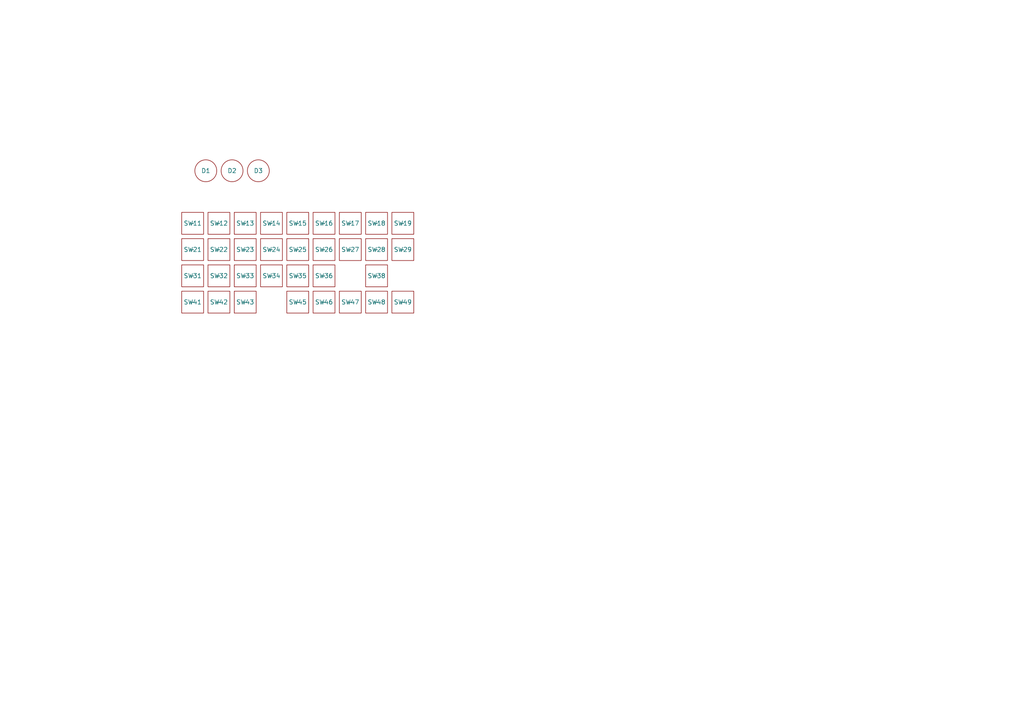
<source format=kicad_sch>
(kicad_sch (version 20230121) (generator eeschema)
  (paper "A4")
  (lib_symbols
    (symbol "Plate:LED"
      (property "Reference" "D" (at 0 0 0))
      (symbol "LED_0_1"
        (circle (center 0 0) (radius 3.175))
      )
    )
    (symbol "Plate:Switch"
      (property "Reference" "SW" (at 0 0 0))
      (symbol "Switch_0_1"
        (rectangle (start -3.175 3.175) (end 3.175 -3.175))
      )
    )
  )
  (symbol (lib_id "Plate:Switch") (at 109.22 64.77 0) (unit 1)
    (property "Reference" "SW18" (at 109.22 64.77 0))
    (property "Value" "~" (at 109.22 64.77 0))
    (property "Footprint" "Plate:Switch" (effects hide))
  )
  (symbol (lib_id "Plate:Switch") (at 55.88 80.01 0) (unit 1)
    (property "Reference" "SW31" (at 55.88 80.01 0))
    (property "Value" "~" (at 55.88 80.01 0))
    (property "Footprint" "Plate:Switch" (effects hide))
  )
  (symbol (lib_id "Plate:Switch") (at 109.22 80.01 0) (unit 1)
    (property "Reference" "SW38" (at 109.22 80.01 0))
    (property "Value" "~" (at 109.22 80.01 0))
    (property "Footprint" "Plate:Switch" (effects hide))
  )
  (symbol (lib_id "Plate:Switch") (at 78.74 64.77 0) (unit 1)
    (property "Reference" "SW14" (at 78.74 64.77 0))
    (property "Value" "~" (at 78.74 64.77 0))
    (property "Footprint" "Plate:Switch" (effects hide))
  )
  (symbol (lib_id "Plate:Switch") (at 86.36 72.39 0) (unit 1)
    (property "Reference" "SW25" (at 86.36 72.39 0))
    (property "Value" "~" (at 86.36 72.39 0))
    (property "Footprint" "Plate:Switch" (effects hide))
  )
  (symbol (lib_id "Plate:LED") (at 59.69 49.53 0) (unit 1)
    (property "Reference" "D1" (at 59.69 49.53 0))
    (property "Value" "1" (effects hide))
    (property "Footprint" "Plate:LED" (effects hide))
  )
  (symbol (lib_id "Plate:Switch") (at 86.36 80.01 0) (unit 1)
    (property "Reference" "SW35" (at 86.36 80.01 0))
    (property "Value" "~" (at 86.36 80.01 0))
    (property "Footprint" "Plate:Switch" (effects hide))
  )
  (symbol (lib_id "Plate:Switch") (at 116.84 64.77 0) (unit 1)
    (property "Reference" "SW19" (at 116.84 64.77 0))
    (property "Value" "~" (at 116.84 64.77 0))
    (property "Footprint" "Plate:Switch" (effects hide))
  )
  (symbol (lib_id "Plate:Switch") (at 109.22 72.39 0) (unit 1)
    (property "Reference" "SW28" (at 109.22 72.39 0))
    (property "Value" "~" (at 109.22 72.39 0))
    (property "Footprint" "Plate:Switch" (effects hide))
  )
  (symbol (lib_id "Plate:Switch") (at 93.98 80.01 0) (unit 1)
    (property "Reference" "SW36" (at 93.98 80.01 0))
    (property "Value" "~" (at 93.98 80.01 0))
    (property "Footprint" "Plate:Switch" (effects hide))
  )
  (symbol (lib_id "Plate:Switch") (at 63.5 80.01 0) (unit 1)
    (property "Reference" "SW32" (at 63.5 80.01 0))
    (property "Value" "~" (at 63.5 80.01 0))
    (property "Footprint" "Plate:Switch" (effects hide))
  )
  (symbol (lib_id "Plate:Switch") (at 71.12 64.77 0) (unit 1)
    (property "Reference" "SW13" (at 71.12 64.77 0))
    (property "Value" "~" (at 71.12 64.77 0))
    (property "Footprint" "Plate:Switch" (effects hide))
  )
  (symbol (lib_id "Plate:Switch") (at 93.98 72.39 0) (unit 1)
    (property "Reference" "SW26" (at 93.98 72.39 0))
    (property "Value" "~" (at 93.98 72.39 0))
    (property "Footprint" "Plate:Switch" (effects hide))
  )
  (symbol (lib_id "Plate:Switch") (at 55.88 64.77 0) (unit 1)
    (property "Reference" "SW11" (at 55.88 64.77 0))
    (property "Value" "~" (at 55.88 64.77 0))
    (property "Footprint" "Plate:Switch" (effects hide))
  )
  (symbol (lib_id "Plate:Switch") (at 86.36 64.77 0) (unit 1)
    (property "Reference" "SW15" (at 86.36 64.77 0))
    (property "Value" "~" (at 86.36 64.77 0))
    (property "Footprint" "Plate:Switch" (effects hide))
  )
  (symbol (lib_id "Plate:Switch") (at 101.6 64.77 0) (unit 1)
    (property "Reference" "SW17" (at 101.6 64.77 0))
    (property "Value" "~" (at 101.6 64.77 0))
    (property "Footprint" "Plate:Switch" (effects hide))
  )
  (symbol (lib_id "Plate:Switch") (at 101.6 72.39 0) (unit 1)
    (property "Reference" "SW27" (at 101.6 72.39 0))
    (property "Value" "~" (at 101.6 72.39 0))
    (property "Footprint" "Plate:Switch" (effects hide))
  )
  (symbol (lib_id "Plate:Switch") (at 93.98 64.77 0) (unit 1)
    (property "Reference" "SW16" (at 93.98 64.77 0))
    (property "Value" "~" (at 93.98 64.77 0))
    (property "Footprint" "Plate:Switch" (effects hide))
  )
  (symbol (lib_id "Plate:LED") (at 67.31 49.53 0) (unit 1)
    (property "Reference" "D2" (at 67.31 49.53 0))
    (property "Value" "2" (effects hide))
    (property "Footprint" "Plate:LED" (effects hide))
  )
  (symbol (lib_id "Plate:Switch") (at 63.5 87.63 0) (unit 1)
    (property "Reference" "SW42" (at 63.5 87.63 0))
    (property "Value" "~" (at 63.5 87.63 0))
    (property "Footprint" "Plate:Switch" (effects hide))
  )
  (symbol (lib_id "Plate:Switch") (at 63.5 64.77 0) (unit 1)
    (property "Reference" "SW12" (at 63.5 64.77 0))
    (property "Value" "~" (at 63.5 64.77 0))
    (property "Footprint" "Plate:Switch" (effects hide))
  )
  (symbol (lib_id "Plate:LED") (at 74.93 49.53 0) (unit 1)
    (property "Reference" "D3" (at 74.93 49.53 0))
    (property "Value" "3" (effects hide))
    (property "Footprint" "Plate:LED" (effects hide))
  )
  (symbol (lib_id "Plate:Switch") (at 93.98 87.63 0) (unit 1)
    (property "Reference" "SW46" (at 93.98 87.63 0))
    (property "Value" "~" (at 93.98 87.63 0))
    (property "Footprint" "Library:Switch" (effects hide))
  )
  (symbol (lib_id "Plate:Switch") (at 63.5 72.39 0) (unit 1)
    (property "Reference" "SW22" (at 63.5 72.39 0))
    (property "Value" "~" (at 63.5 72.39 0))
    (property "Footprint" "Plate:Switch" (effects hide))
  )
  (symbol (lib_id "Plate:Switch") (at 55.88 87.63 0) (unit 1)
    (property "Reference" "SW41" (at 55.88 87.63 0))
    (property "Value" "~" (at 55.88 87.63 0))
    (property "Footprint" "Plate:Switch" (effects hide))
  )
  (symbol (lib_id "Plate:Switch") (at 78.74 80.01 0) (unit 1)
    (property "Reference" "SW34" (at 78.74 80.01 0))
    (property "Value" "~" (at 78.74 80.01 0))
    (property "Footprint" "Plate:Switch" (effects hide))
  )
  (symbol (lib_id "Plate:Switch") (at 116.84 87.63 0) (unit 1)
    (property "Reference" "SW49" (at 116.84 87.63 0))
    (property "Value" "~" (at 116.84 87.63 0))
    (property "Footprint" "Library:Switch" (effects hide))
  )
  (symbol (lib_id "Plate:Switch") (at 71.12 80.01 0) (unit 1)
    (property "Reference" "SW33" (at 71.12 80.01 0))
    (property "Value" "~" (at 71.12 80.01 0))
    (property "Footprint" "Plate:Switch" (effects hide))
  )
  (symbol (lib_id "Plate:Switch") (at 71.12 87.63 0) (unit 1)
    (property "Reference" "SW43" (at 71.12 87.63 0))
    (property "Value" "~" (at 71.12 87.63 0))
    (property "Footprint" "Library:Switch" (effects hide))
  )
  (symbol (lib_id "Plate:Switch") (at 109.22 87.63 0) (unit 1)
    (property "Reference" "SW48" (at 109.22 87.63 0))
    (property "Value" "~" (at 109.22 87.63 0))
    (property "Footprint" "Library:Switch" (effects hide))
  )
  (symbol (lib_id "Plate:Switch") (at 71.12 72.39 0) (unit 1)
    (property "Reference" "SW23" (at 71.12 72.39 0))
    (property "Value" "~" (at 71.12 72.39 0))
    (property "Footprint" "Plate:Switch" (effects hide))
  )
  (symbol (lib_id "Plate:Switch") (at 86.36 87.63 0) (unit 1)
    (property "Reference" "SW45" (at 86.36 87.63 0))
    (property "Value" "~" (at 86.36 87.63 0))
    (property "Footprint" "Library:Switch" (effects hide))
  )
  (symbol (lib_id "Plate:Switch") (at 116.84 72.39 0) (unit 1)
    (property "Reference" "SW29" (at 116.84 72.39 0))
    (property "Value" "~" (at 116.84 72.39 0))
    (property "Footprint" "Plate:Switch" (effects hide))
  )
  (symbol (lib_id "Plate:Switch") (at 55.88 72.39 0) (unit 1)
    (property "Reference" "SW21" (at 55.88 72.39 0))
    (property "Value" "~" (at 55.88 72.39 0))
    (property "Footprint" "Plate:Switch" (effects hide))
  )
  (symbol (lib_id "Plate:Switch") (at 78.74 72.39 0) (unit 1)
    (property "Reference" "SW24" (at 78.74 72.39 0))
    (property "Value" "~" (at 78.74 72.39 0))
    (property "Footprint" "Plate:Switch" (effects hide))
  )
  (symbol (lib_id "Plate:Switch") (at 101.6 87.63 0) (unit 1)
    (property "Reference" "SW47" (at 101.6 87.63 0))
    (property "Value" "~" (at 101.6 87.63 0))
    (property "Footprint" "Library:Switch" (effects hide))
  )
)
</source>
